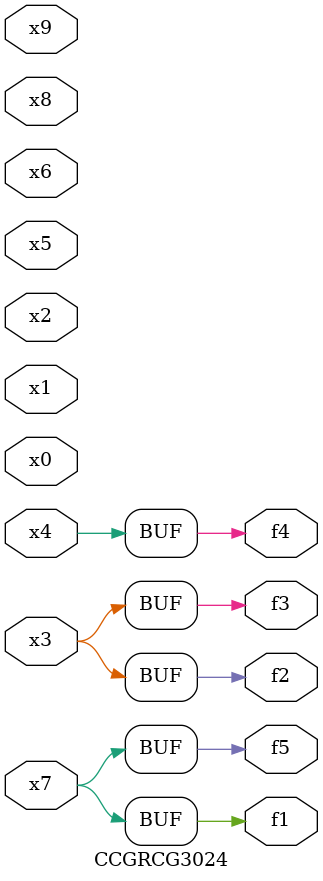
<source format=v>
module CCGRCG3024(
	input x0, x1, x2, x3, x4, x5, x6, x7, x8, x9,
	output f1, f2, f3, f4, f5
);
	assign f1 = x7;
	assign f2 = x3;
	assign f3 = x3;
	assign f4 = x4;
	assign f5 = x7;
endmodule

</source>
